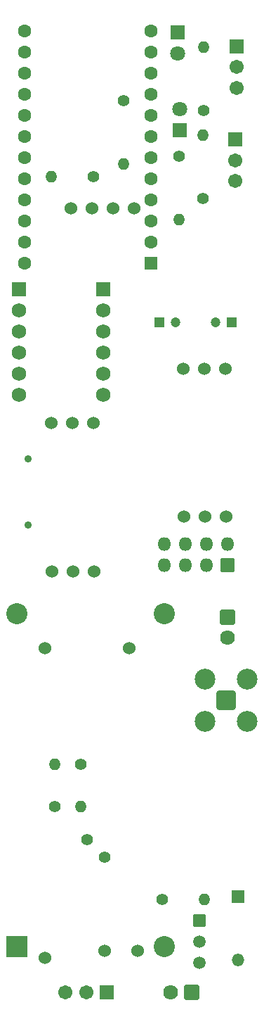
<source format=gbr>
%TF.GenerationSoftware,KiCad,Pcbnew,8.0.4*%
%TF.CreationDate,2024-10-29T21:41:18+06:00*%
%TF.ProjectId,PCB V0.6.3,50434220-5630-42e3-962e-332e6b696361,rev?*%
%TF.SameCoordinates,Original*%
%TF.FileFunction,Soldermask,Bot*%
%TF.FilePolarity,Negative*%
%FSLAX46Y46*%
G04 Gerber Fmt 4.6, Leading zero omitted, Abs format (unit mm)*
G04 Created by KiCad (PCBNEW 8.0.4) date 2024-10-29 21:41:18*
%MOMM*%
%LPD*%
G01*
G04 APERTURE LIST*
G04 Aperture macros list*
%AMRoundRect*
0 Rectangle with rounded corners*
0 $1 Rounding radius*
0 $2 $3 $4 $5 $6 $7 $8 $9 X,Y pos of 4 corners*
0 Add a 4 corners polygon primitive as box body*
4,1,4,$2,$3,$4,$5,$6,$7,$8,$9,$2,$3,0*
0 Add four circle primitives for the rounded corners*
1,1,$1+$1,$2,$3*
1,1,$1+$1,$4,$5*
1,1,$1+$1,$6,$7*
1,1,$1+$1,$8,$9*
0 Add four rect primitives between the rounded corners*
20,1,$1+$1,$2,$3,$4,$5,0*
20,1,$1+$1,$4,$5,$6,$7,0*
20,1,$1+$1,$6,$7,$8,$9,0*
20,1,$1+$1,$8,$9,$2,$3,0*%
G04 Aperture macros list end*
%ADD10C,1.524000*%
%ADD11R,1.800000X1.800000*%
%ADD12C,1.800000*%
%ADD13C,1.400000*%
%ADD14O,1.400000X1.400000*%
%ADD15R,2.540000X2.540000*%
%ADD16C,2.540000*%
%ADD17RoundRect,0.200100X0.949900X0.949900X-0.949900X0.949900X-0.949900X-0.949900X0.949900X-0.949900X0*%
%ADD18C,2.500000*%
%ADD19R,1.500000X1.500000*%
%ADD20O,1.500000X1.500000*%
%ADD21C,0.900000*%
%ADD22R,1.600000X1.600000*%
%ADD23C,1.600000*%
%ADD24R,1.200000X1.200000*%
%ADD25C,1.200000*%
%ADD26RoundRect,0.102000X-0.649000X0.649000X-0.649000X-0.649000X0.649000X-0.649000X0.649000X0.649000X0*%
%ADD27C,1.502000*%
%ADD28RoundRect,0.102000X-0.787500X-0.787500X0.787500X-0.787500X0.787500X0.787500X-0.787500X0.787500X0*%
%ADD29C,1.779000*%
%ADD30RoundRect,0.102000X-0.754000X-0.754000X0.754000X-0.754000X0.754000X0.754000X-0.754000X0.754000X0*%
%ADD31C,1.712000*%
%ADD32RoundRect,0.050800X0.762000X-0.762000X0.762000X0.762000X-0.762000X0.762000X-0.762000X-0.762000X0*%
%ADD33O,1.625600X1.625600*%
%ADD34RoundRect,0.102000X0.754000X-0.754000X0.754000X0.754000X-0.754000X0.754000X-0.754000X-0.754000X0*%
%ADD35C,1.728000*%
%ADD36RoundRect,0.102000X0.762000X0.762000X-0.762000X0.762000X-0.762000X-0.762000X0.762000X-0.762000X0*%
%ADD37RoundRect,0.102000X0.787500X-0.787500X0.787500X0.787500X-0.787500X0.787500X-0.787500X-0.787500X0*%
G04 APERTURE END LIST*
D10*
%TO.C,U3*%
X86405000Y-114320000D03*
X88945000Y-114320000D03*
X91485000Y-114320000D03*
X86445000Y-132180000D03*
X88985000Y-132180000D03*
X91525000Y-132180000D03*
%TD*%
D11*
%TO.C,D2*%
X101900000Y-79140000D03*
D12*
X101900000Y-76600000D03*
%TD*%
D13*
%TO.C,R3*%
X104700000Y-87310000D03*
D14*
X104700000Y-79690000D03*
%TD*%
D15*
%TO.C,U5*%
X82230000Y-177300000D03*
D16*
X100010000Y-177300000D03*
X100030000Y-137300000D03*
X82250000Y-137300000D03*
%TD*%
D13*
%TO.C,R2*%
X104750000Y-76720000D03*
D14*
X104750000Y-69100000D03*
%TD*%
D13*
%TO.C,R6*%
X95100000Y-75500000D03*
D14*
X95100000Y-83120000D03*
%TD*%
D11*
%TO.C,D3*%
X101600000Y-67300000D03*
D12*
X101600000Y-69840000D03*
%TD*%
D13*
%TO.C,R7*%
X86800000Y-160500000D03*
D14*
X86800000Y-155420000D03*
%TD*%
D13*
%TO.C,*%
X90700000Y-164400000D03*
%TD*%
D17*
%TO.C,J6*%
X107500000Y-147650000D03*
D18*
X110040000Y-150190000D03*
X110040000Y-145110000D03*
X104960000Y-150190000D03*
X104960000Y-145110000D03*
%TD*%
D10*
%TO.C,U4*%
X102320000Y-107800000D03*
X104860000Y-107800000D03*
X107400000Y-107800000D03*
X102360000Y-125560000D03*
X104900000Y-125560000D03*
X107440000Y-125560000D03*
%TD*%
D19*
%TO.C,D1*%
X108925000Y-171325000D03*
D20*
X108925000Y-178945000D03*
%TD*%
D13*
%TO.C,R8*%
X89900000Y-155400000D03*
D14*
X89900000Y-160480000D03*
%TD*%
D13*
%TO.C,*%
X92800000Y-166600000D03*
%TD*%
D21*
%TO.C,P1*%
X83600000Y-118600000D03*
X83600000Y-126600000D03*
%TD*%
D22*
%TO.C,U2*%
X98400000Y-95060000D03*
D23*
X98400000Y-92520000D03*
X98400000Y-89980000D03*
X98400000Y-87440000D03*
X98400000Y-84900000D03*
X98400000Y-82360000D03*
X98400000Y-79820000D03*
X98400000Y-77280000D03*
X98400000Y-74740000D03*
X98400000Y-72200000D03*
X98400000Y-69660000D03*
X98400000Y-67120000D03*
X83160000Y-67120000D03*
X83160000Y-69660000D03*
X83160000Y-72200000D03*
X83160000Y-74740000D03*
X83160000Y-77280000D03*
X83160000Y-79820000D03*
X83160000Y-82360000D03*
X83160000Y-84900000D03*
X83160000Y-87440000D03*
X83160000Y-89980000D03*
X83160000Y-92520000D03*
X83160000Y-95060000D03*
%TD*%
D24*
%TO.C,C1*%
X99400000Y-102200000D03*
D25*
X101400000Y-102200000D03*
%TD*%
D13*
%TO.C,R4*%
X91430000Y-84675000D03*
D14*
X86350000Y-84675000D03*
%TD*%
D26*
%TO.C,Q1*%
X104250000Y-174200000D03*
D27*
X104250000Y-176740000D03*
X104250000Y-179280000D03*
%TD*%
D13*
%TO.C,R1*%
X99775000Y-171625000D03*
D14*
X104855000Y-171625000D03*
%TD*%
D13*
%TO.C,R5*%
X101800000Y-82200000D03*
D14*
X101800000Y-89820000D03*
%TD*%
D24*
%TO.C,C2*%
X108172600Y-102200000D03*
D25*
X106172600Y-102200000D03*
%TD*%
D28*
%TO.C,J5*%
X103300000Y-182800000D03*
D29*
X100800000Y-182800000D03*
%TD*%
D10*
%TO.C,M8N_GPS1*%
X88720000Y-88500000D03*
X91260000Y-88500000D03*
X93800000Y-88500000D03*
X96340000Y-88500000D03*
%TD*%
D30*
%TO.C,J3*%
X93100000Y-182800000D03*
D31*
X90600000Y-182800000D03*
X88100000Y-182800000D03*
%TD*%
D32*
%TO.C,U1*%
X107610000Y-131443500D03*
D33*
X107610000Y-128903500D03*
X105070000Y-131443500D03*
X105070000Y-128903500D03*
X102530000Y-131443500D03*
X102530000Y-128903500D03*
X99990000Y-131443500D03*
X99990000Y-128903500D03*
%TD*%
D34*
%TO.C,J4*%
X108600000Y-80200000D03*
D31*
X108600000Y-82700000D03*
X108600000Y-85200000D03*
%TD*%
D34*
%TO.C,J2*%
X108700000Y-69000000D03*
D31*
X108700000Y-71500000D03*
X108700000Y-74000000D03*
%TD*%
D10*
%TO.C,U6*%
X96800000Y-177800000D03*
X92800000Y-177800000D03*
X95780000Y-141420000D03*
X85600000Y-178700000D03*
X85620000Y-141420000D03*
%TD*%
D35*
%TO.C,U7*%
X82520000Y-105870000D03*
X92680000Y-105870000D03*
X82520000Y-103330000D03*
D36*
X82520000Y-98250000D03*
D35*
X82520000Y-100790000D03*
X82520000Y-108410000D03*
X82520000Y-110950000D03*
X92680000Y-103330000D03*
D36*
X92680000Y-98250000D03*
D35*
X92680000Y-100790000D03*
X92680000Y-108410000D03*
X92680000Y-110950000D03*
%TD*%
D37*
%TO.C,J1*%
X107675000Y-137682500D03*
D29*
X107675000Y-140182500D03*
%TD*%
M02*

</source>
